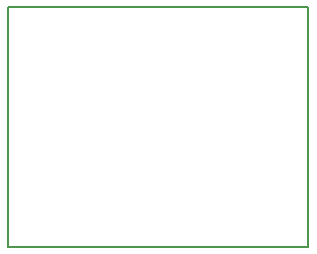
<source format=gbr>
G04 DipTrace 3.1.0.1*
G04 BoardOutline.gbr*
%MOIN*%
G04 #@! TF.FileFunction,Profile*
G04 #@! TF.Part,Single*
%ADD11C,0.005512*%
%FSLAX26Y26*%
G04*
G70*
G90*
G75*
G01*
G04 BoardOutline*
%LPD*%
X393701Y1193617D2*
D11*
X1393596D1*
Y393701D1*
X393701D1*
Y1193617D1*
M02*

</source>
